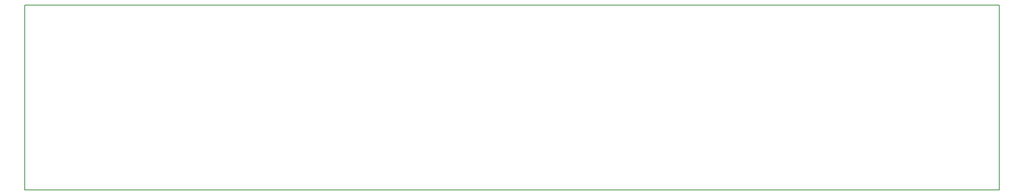
<source format=gm1>
G04 #@! TF.FileFunction,Profile,NP*
%FSLAX46Y46*%
G04 Gerber Fmt 4.6, Leading zero omitted, Abs format (unit mm)*
G04 Created by KiCad (PCBNEW 4.0.2-stable) date 2019-11-02 5:24:16 PM*
%MOMM*%
G01*
G04 APERTURE LIST*
%ADD10C,0.200000*%
%ADD11C,0.150000*%
G04 APERTURE END LIST*
D10*
D11*
X27250000Y-117000000D02*
X27250000Y-77000000D01*
X237500000Y-117000000D02*
X27250000Y-117000000D01*
X237500000Y-77000000D02*
X237500000Y-117000000D01*
X27250000Y-77000000D02*
X237500000Y-77000000D01*
M02*

</source>
